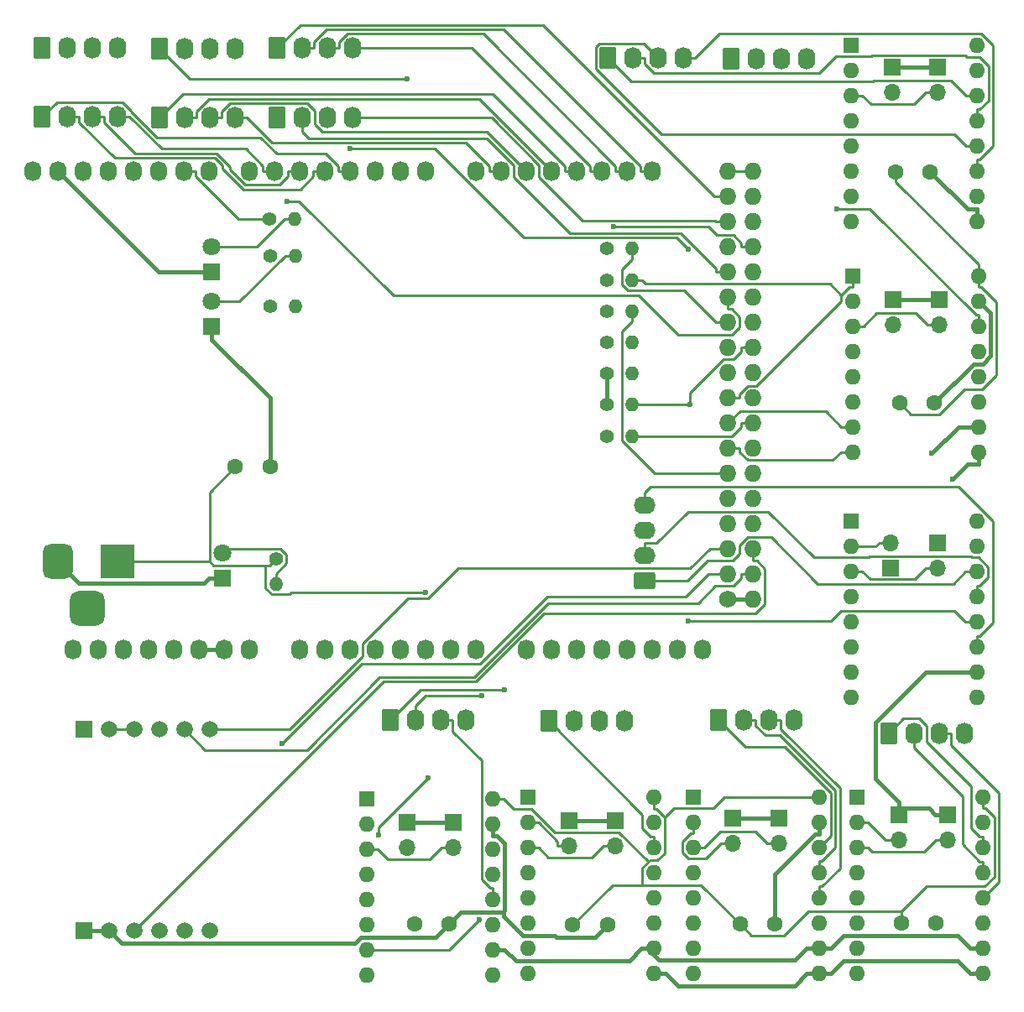
<source format=gbr>
G04 #@! TF.GenerationSoftware,KiCad,Pcbnew,7.0.9*
G04 #@! TF.CreationDate,2023-11-27T06:02:19+10:00*
G04 #@! TF.ProjectId,Front Console Output,46726f6e-7420-4436-9f6e-736f6c65204f,rev?*
G04 #@! TF.SameCoordinates,Original*
G04 #@! TF.FileFunction,Copper,L1,Top*
G04 #@! TF.FilePolarity,Positive*
%FSLAX46Y46*%
G04 Gerber Fmt 4.6, Leading zero omitted, Abs format (unit mm)*
G04 Created by KiCad (PCBNEW 7.0.9) date 2023-11-27 06:02:19*
%MOMM*%
%LPD*%
G01*
G04 APERTURE LIST*
G04 Aperture macros list*
%AMRoundRect*
0 Rectangle with rounded corners*
0 $1 Rounding radius*
0 $2 $3 $4 $5 $6 $7 $8 $9 X,Y pos of 4 corners*
0 Add a 4 corners polygon primitive as box body*
4,1,4,$2,$3,$4,$5,$6,$7,$8,$9,$2,$3,0*
0 Add four circle primitives for the rounded corners*
1,1,$1+$1,$2,$3*
1,1,$1+$1,$4,$5*
1,1,$1+$1,$6,$7*
1,1,$1+$1,$8,$9*
0 Add four rect primitives between the rounded corners*
20,1,$1+$1,$2,$3,$4,$5,0*
20,1,$1+$1,$4,$5,$6,$7,0*
20,1,$1+$1,$6,$7,$8,$9,0*
20,1,$1+$1,$8,$9,$2,$3,0*%
G04 Aperture macros list end*
G04 #@! TA.AperFunction,ComponentPad*
%ADD10C,1.600000*%
G04 #@! TD*
G04 #@! TA.AperFunction,ComponentPad*
%ADD11R,1.700000X1.700000*%
G04 #@! TD*
G04 #@! TA.AperFunction,ComponentPad*
%ADD12O,1.700000X1.700000*%
G04 #@! TD*
G04 #@! TA.AperFunction,ComponentPad*
%ADD13C,1.400000*%
G04 #@! TD*
G04 #@! TA.AperFunction,ComponentPad*
%ADD14O,1.400000X1.400000*%
G04 #@! TD*
G04 #@! TA.AperFunction,ComponentPad*
%ADD15R,1.600000X1.600000*%
G04 #@! TD*
G04 #@! TA.AperFunction,ComponentPad*
%ADD16O,1.600000X1.600000*%
G04 #@! TD*
G04 #@! TA.AperFunction,ComponentPad*
%ADD17RoundRect,0.250000X-0.620000X-0.845000X0.620000X-0.845000X0.620000X0.845000X-0.620000X0.845000X0*%
G04 #@! TD*
G04 #@! TA.AperFunction,ComponentPad*
%ADD18O,1.740000X2.190000*%
G04 #@! TD*
G04 #@! TA.AperFunction,ComponentPad*
%ADD19RoundRect,0.250000X0.845000X-0.620000X0.845000X0.620000X-0.845000X0.620000X-0.845000X-0.620000X0*%
G04 #@! TD*
G04 #@! TA.AperFunction,ComponentPad*
%ADD20O,2.190000X1.740000*%
G04 #@! TD*
G04 #@! TA.AperFunction,ComponentPad*
%ADD21C,1.727200*%
G04 #@! TD*
G04 #@! TA.AperFunction,ComponentPad*
%ADD22O,1.727200X1.727200*%
G04 #@! TD*
G04 #@! TA.AperFunction,ComponentPad*
%ADD23O,1.727200X2.032000*%
G04 #@! TD*
G04 #@! TA.AperFunction,ComponentPad*
%ADD24R,1.800000X1.800000*%
G04 #@! TD*
G04 #@! TA.AperFunction,ComponentPad*
%ADD25C,1.800000*%
G04 #@! TD*
G04 #@! TA.AperFunction,ComponentPad*
%ADD26R,3.500000X3.500000*%
G04 #@! TD*
G04 #@! TA.AperFunction,ComponentPad*
%ADD27RoundRect,0.750000X-0.750000X-1.000000X0.750000X-1.000000X0.750000X1.000000X-0.750000X1.000000X0*%
G04 #@! TD*
G04 #@! TA.AperFunction,ComponentPad*
%ADD28RoundRect,0.875000X-0.875000X-0.875000X0.875000X-0.875000X0.875000X0.875000X-0.875000X0.875000X0*%
G04 #@! TD*
G04 #@! TA.AperFunction,ComponentPad*
%ADD29R,1.665000X1.665000*%
G04 #@! TD*
G04 #@! TA.AperFunction,ComponentPad*
%ADD30C,1.665000*%
G04 #@! TD*
G04 #@! TA.AperFunction,ViaPad*
%ADD31C,0.600000*%
G04 #@! TD*
G04 #@! TA.AperFunction,Conductor*
%ADD32C,0.250000*%
G04 #@! TD*
G04 #@! TA.AperFunction,Conductor*
%ADD33C,0.450000*%
G04 #@! TD*
G04 APERTURE END LIST*
D10*
X214280000Y-70930000D03*
X217780000Y-70930000D03*
D11*
X213890000Y-60370000D03*
D12*
X213890000Y-62910000D03*
D10*
X147670000Y-100640000D03*
X151170000Y-100640000D03*
D13*
X185130000Y-97580000D03*
D14*
X187670000Y-97580000D03*
D13*
X185130000Y-94430000D03*
D14*
X187670000Y-94430000D03*
D13*
X185130000Y-91280000D03*
D14*
X187670000Y-91280000D03*
D13*
X185130000Y-88130000D03*
D14*
X187670000Y-88130000D03*
D13*
X185130000Y-84980000D03*
D14*
X187670000Y-84980000D03*
D13*
X185130000Y-81830000D03*
D14*
X187670000Y-81830000D03*
D13*
X185130000Y-78680000D03*
D14*
X187670000Y-78680000D03*
D11*
X219540000Y-135780000D03*
D12*
X219540000Y-138320000D03*
D15*
X210340000Y-134020000D03*
D16*
X210340000Y-136560000D03*
X210340000Y-139100000D03*
X210340000Y-141640000D03*
X210340000Y-144180000D03*
X210340000Y-146720000D03*
X210340000Y-149260000D03*
X210340000Y-151800000D03*
X223040000Y-151800000D03*
X223040000Y-149260000D03*
X223040000Y-146720000D03*
X223040000Y-144180000D03*
X223040000Y-141640000D03*
X223040000Y-139100000D03*
X223040000Y-136560000D03*
X223040000Y-134020000D03*
D11*
X214610000Y-135780000D03*
D12*
X214610000Y-138320000D03*
D11*
X202510000Y-136100000D03*
D12*
X202510000Y-138640000D03*
D15*
X193860000Y-133990000D03*
D16*
X193860000Y-136530000D03*
X193860000Y-139070000D03*
X193860000Y-141610000D03*
X193860000Y-144150000D03*
X193860000Y-146690000D03*
X193860000Y-149230000D03*
X193860000Y-151770000D03*
X206560000Y-151770000D03*
X206560000Y-149230000D03*
X206560000Y-146690000D03*
X206560000Y-144150000D03*
X206560000Y-141610000D03*
X206560000Y-139070000D03*
X206560000Y-136530000D03*
X206560000Y-133990000D03*
D11*
X197860000Y-136100000D03*
D12*
X197860000Y-138640000D03*
D11*
X186010000Y-136365000D03*
D12*
X186010000Y-138905000D03*
D15*
X177160000Y-134040000D03*
D16*
X177160000Y-136580000D03*
X177160000Y-139120000D03*
X177160000Y-141660000D03*
X177160000Y-144200000D03*
X177160000Y-146740000D03*
X177160000Y-149280000D03*
X177160000Y-151820000D03*
X189860000Y-151820000D03*
X189860000Y-149280000D03*
X189860000Y-146740000D03*
X189860000Y-144200000D03*
X189860000Y-141660000D03*
X189860000Y-139120000D03*
X189860000Y-136580000D03*
X189860000Y-134040000D03*
D11*
X181360000Y-136365000D03*
D12*
X181360000Y-138905000D03*
D17*
X213580000Y-127560000D03*
D18*
X216120000Y-127560000D03*
X218660000Y-127560000D03*
X221200000Y-127560000D03*
D17*
X196430000Y-126190000D03*
D18*
X198970000Y-126190000D03*
X201510000Y-126190000D03*
X204050000Y-126190000D03*
D17*
X179260000Y-126280000D03*
D18*
X181800000Y-126280000D03*
X184340000Y-126280000D03*
X186880000Y-126280000D03*
D17*
X163290000Y-126200000D03*
D18*
X165830000Y-126200000D03*
X168370000Y-126200000D03*
X170910000Y-126200000D03*
D11*
X169650000Y-136545000D03*
D12*
X169650000Y-139085000D03*
D15*
X160920000Y-134150000D03*
D16*
X160920000Y-136690000D03*
X160920000Y-139230000D03*
X160920000Y-141770000D03*
X160920000Y-144310000D03*
X160920000Y-146850000D03*
X160920000Y-149390000D03*
X160920000Y-151930000D03*
X173620000Y-151930000D03*
X173620000Y-149390000D03*
X173620000Y-146850000D03*
X173620000Y-144310000D03*
X173620000Y-141770000D03*
X173620000Y-139230000D03*
X173620000Y-136690000D03*
X173620000Y-134150000D03*
D11*
X165000000Y-136545000D03*
D12*
X165000000Y-139085000D03*
D11*
X218670000Y-83825000D03*
D12*
X218670000Y-86365000D03*
D15*
X209920000Y-81400000D03*
D16*
X209920000Y-83940000D03*
X209920000Y-86480000D03*
X209920000Y-89020000D03*
X209920000Y-91560000D03*
X209920000Y-94100000D03*
X209920000Y-96640000D03*
X209920000Y-99180000D03*
X222620000Y-99180000D03*
X222620000Y-96640000D03*
X222620000Y-94100000D03*
X222620000Y-91560000D03*
X222620000Y-89020000D03*
X222620000Y-86480000D03*
X222620000Y-83940000D03*
X222620000Y-81400000D03*
D11*
X214020000Y-83825000D03*
D12*
X214020000Y-86365000D03*
D17*
X197660000Y-59510000D03*
D18*
X200200000Y-59510000D03*
X202740000Y-59510000D03*
X205280000Y-59510000D03*
D11*
X218470000Y-60380000D03*
D12*
X218470000Y-62920000D03*
D17*
X185210000Y-59410000D03*
D18*
X187750000Y-59410000D03*
X190290000Y-59410000D03*
X192830000Y-59410000D03*
D11*
X218530000Y-108390000D03*
D12*
X218530000Y-110930000D03*
D17*
X151870000Y-65440000D03*
D18*
X154410000Y-65440000D03*
X156950000Y-65440000D03*
X159490000Y-65440000D03*
D17*
X151880000Y-58420000D03*
D18*
X154420000Y-58420000D03*
X156960000Y-58420000D03*
X159500000Y-58420000D03*
D11*
X213800000Y-110870000D03*
D12*
X213800000Y-108330000D03*
D17*
X140020000Y-65440000D03*
D18*
X142560000Y-65440000D03*
X145100000Y-65440000D03*
X147640000Y-65440000D03*
D17*
X139990000Y-58460000D03*
D18*
X142530000Y-58460000D03*
X145070000Y-58460000D03*
X147610000Y-58460000D03*
D17*
X128190000Y-65360000D03*
D18*
X130730000Y-65360000D03*
X133270000Y-65360000D03*
X135810000Y-65360000D03*
D17*
X128190000Y-58420000D03*
D18*
X130730000Y-58420000D03*
X133270000Y-58420000D03*
X135810000Y-58420000D03*
D19*
X188950000Y-112140000D03*
D20*
X188950000Y-109600000D03*
X188950000Y-107060000D03*
X188950000Y-104520000D03*
D10*
X214870000Y-146720000D03*
X218370000Y-146720000D03*
X198570000Y-146840000D03*
X202070000Y-146840000D03*
X214680000Y-94220000D03*
X218180000Y-94220000D03*
X181700000Y-146920000D03*
X185200000Y-146920000D03*
X165750000Y-146770000D03*
X169250000Y-146770000D03*
D21*
X197358000Y-114046000D03*
D22*
X199898000Y-114046000D03*
X197358000Y-111506000D03*
X199898000Y-111506000D03*
X197358000Y-108966000D03*
X199898000Y-108966000D03*
X197358000Y-106426000D03*
X199898000Y-106426000D03*
X197358000Y-103886000D03*
X199898000Y-103886000D03*
X197358000Y-101346000D03*
X199898000Y-101346000D03*
X197358000Y-98806000D03*
X199898000Y-98806000D03*
X197358000Y-96266000D03*
X199898000Y-96266000D03*
X197358000Y-93726000D03*
X199898000Y-93726000D03*
X197358000Y-91186000D03*
X199898000Y-91186000D03*
X197358000Y-88646000D03*
X199898000Y-88646000D03*
X197358000Y-86106000D03*
X199898000Y-86106000D03*
X197358000Y-83566000D03*
X199898000Y-83566000D03*
X197358000Y-81026000D03*
X199898000Y-81026000D03*
X197358000Y-78486000D03*
X199898000Y-78486000D03*
X197358000Y-75946000D03*
X199898000Y-75946000D03*
X197358000Y-73406000D03*
X199898000Y-73406000D03*
X197358000Y-70866000D03*
X199898000Y-70866000D03*
D23*
X131318000Y-119126000D03*
X133858000Y-119126000D03*
X136398000Y-119126000D03*
X138938000Y-119126000D03*
X141478000Y-119126000D03*
X144018000Y-119126000D03*
X146558000Y-119126000D03*
X149098000Y-119126000D03*
X177038000Y-119126000D03*
X179578000Y-119126000D03*
X182118000Y-119126000D03*
X184658000Y-119126000D03*
X187198000Y-119126000D03*
X189738000Y-119126000D03*
X192278000Y-119126000D03*
X194818000Y-119126000D03*
X127254000Y-70866000D03*
X129794000Y-70866000D03*
X132334000Y-70866000D03*
X134874000Y-70866000D03*
X137414000Y-70866000D03*
X139954000Y-70866000D03*
X142494000Y-70866000D03*
X145034000Y-70866000D03*
X149098000Y-70866000D03*
X151638000Y-70866000D03*
X154178000Y-70866000D03*
X156718000Y-70866000D03*
X159258000Y-70866000D03*
X161798000Y-70866000D03*
X164338000Y-70866000D03*
X166878000Y-70866000D03*
X171958000Y-70866000D03*
X174498000Y-70866000D03*
X177038000Y-70866000D03*
X179578000Y-70866000D03*
X182118000Y-70866000D03*
X184658000Y-70866000D03*
X187198000Y-70866000D03*
X189738000Y-70866000D03*
D24*
X145300000Y-81025000D03*
D25*
X145300000Y-78485000D03*
D24*
X145300000Y-86525000D03*
D25*
X145300000Y-83985000D03*
D13*
X151150000Y-75680000D03*
D14*
X153690000Y-75680000D03*
D24*
X146350000Y-111925000D03*
D25*
X146350000Y-109385000D03*
D13*
X151180000Y-79375000D03*
D14*
X153720000Y-79375000D03*
D13*
X151750000Y-109960000D03*
D14*
X151750000Y-112500000D03*
D23*
X154178000Y-119126000D03*
X156718000Y-119126000D03*
X159258000Y-119126000D03*
X161798000Y-119126000D03*
X164338000Y-119126000D03*
X166878000Y-119126000D03*
X169418000Y-119126000D03*
X171958000Y-119126000D03*
D15*
X209770000Y-58120000D03*
D16*
X209770000Y-60660000D03*
X209770000Y-63200000D03*
X209770000Y-65740000D03*
X209770000Y-68280000D03*
X209770000Y-70820000D03*
X209770000Y-73360000D03*
X209770000Y-75900000D03*
X222470000Y-75900000D03*
X222470000Y-73360000D03*
X222470000Y-70820000D03*
X222470000Y-68280000D03*
X222470000Y-65740000D03*
X222470000Y-63200000D03*
X222470000Y-60660000D03*
X222470000Y-58120000D03*
D26*
X135750000Y-110242500D03*
D27*
X129750000Y-110242500D03*
D28*
X132750000Y-114942500D03*
D29*
X132380000Y-147480000D03*
D30*
X134920000Y-147480000D03*
X137460000Y-147480000D03*
X140000000Y-147480000D03*
X142540000Y-147480000D03*
X145080000Y-147480000D03*
D29*
X132380000Y-127160000D03*
D30*
X134920000Y-127160000D03*
X137460000Y-127160000D03*
X140000000Y-127160000D03*
X142540000Y-127160000D03*
X145080000Y-127160000D03*
D15*
X209760000Y-106160000D03*
D16*
X209760000Y-108700000D03*
X209760000Y-111240000D03*
X209760000Y-113780000D03*
X209760000Y-116320000D03*
X209760000Y-118860000D03*
X209760000Y-121400000D03*
X209760000Y-123940000D03*
X222460000Y-123940000D03*
X222460000Y-121400000D03*
X222460000Y-118860000D03*
X222460000Y-116320000D03*
X222460000Y-113780000D03*
X222460000Y-111240000D03*
X222460000Y-108700000D03*
X222460000Y-106160000D03*
D13*
X151180000Y-84455000D03*
D14*
X153720000Y-84455000D03*
D31*
X193548000Y-94430000D03*
X174776000Y-123168400D03*
X172494700Y-123793700D03*
X185849500Y-76475900D03*
X167100000Y-132056000D03*
X162077500Y-137842800D03*
X172266000Y-146363500D03*
X208306800Y-74630000D03*
X193379600Y-78744700D03*
X159219800Y-68609500D03*
X152908000Y-73871200D03*
X164996200Y-61576200D03*
X193365500Y-116235400D03*
X166826000Y-113360100D03*
X152344300Y-128613300D03*
X217892400Y-99345400D03*
X220030900Y-101914400D03*
D32*
X217189400Y-139495300D02*
X218364700Y-138320000D01*
X211860600Y-139495300D02*
X217189400Y-139495300D01*
X211465300Y-139100000D02*
X211860600Y-139495300D01*
X210340000Y-139100000D02*
X211465300Y-139100000D01*
X219540000Y-138320000D02*
X218364700Y-138320000D01*
X197766600Y-97580000D02*
X187670000Y-97580000D01*
X198709100Y-96637500D02*
X197766600Y-97580000D01*
X198709100Y-96266000D02*
X198709100Y-96637500D01*
X199898000Y-96266000D02*
X198709100Y-96266000D01*
X213225300Y-138320000D02*
X214610000Y-138320000D01*
X211465300Y-136560000D02*
X213225300Y-138320000D01*
X210340000Y-136560000D02*
X211465300Y-136560000D01*
X200159400Y-137464700D02*
X201334700Y-138640000D01*
X196590600Y-137464700D02*
X200159400Y-137464700D01*
X194985300Y-139070000D02*
X196590600Y-137464700D01*
X193860000Y-139070000D02*
X194985300Y-139070000D01*
X202510000Y-138640000D02*
X201334700Y-138640000D01*
X199898000Y-88646000D02*
X198709100Y-88646000D01*
X187670000Y-94430000D02*
X188582700Y-94430000D01*
X188582700Y-94430000D02*
X193548000Y-94430000D01*
X193548000Y-93228400D02*
X193548000Y-94430000D01*
X196941500Y-89834900D02*
X193548000Y-93228400D01*
X197891800Y-89834900D02*
X196941500Y-89834900D01*
X198709100Y-89017600D02*
X197891800Y-89834900D01*
X198709100Y-88646000D02*
X198709100Y-89017600D01*
X195115000Y-140209700D02*
X196684700Y-138640000D01*
X193351600Y-140209700D02*
X195115000Y-140209700D01*
X192727600Y-139585700D02*
X193351600Y-140209700D01*
X192727600Y-138506400D02*
X192727600Y-139585700D01*
X193578700Y-137655300D02*
X192727600Y-138506400D01*
X193860000Y-137655300D02*
X193578700Y-137655300D01*
X193860000Y-136530000D02*
X193860000Y-137655300D01*
X197860000Y-138640000D02*
X196684700Y-138640000D01*
X183659400Y-140080300D02*
X184834700Y-138905000D01*
X179245600Y-140080300D02*
X183659400Y-140080300D01*
X178285300Y-139120000D02*
X179245600Y-140080300D01*
X177160000Y-139120000D02*
X178285300Y-139120000D01*
X186010000Y-138905000D02*
X184834700Y-138905000D01*
X180184700Y-138479400D02*
X180184700Y-138905000D01*
X178285300Y-136580000D02*
X180184700Y-138479400D01*
X177160000Y-136580000D02*
X178285300Y-136580000D01*
X181360000Y-138905000D02*
X180184700Y-138905000D01*
X224668100Y-142551900D02*
X223040000Y-144180000D01*
X224668100Y-133568100D02*
X224668100Y-142551900D01*
X219855300Y-128755300D02*
X224668100Y-133568100D01*
X219855300Y-127560000D02*
X219855300Y-128755300D01*
X218660000Y-127560000D02*
X219855300Y-127560000D01*
X222758700Y-140514700D02*
X223040000Y-140514700D01*
X221036800Y-138792800D02*
X222758700Y-140514700D01*
X221036800Y-133897100D02*
X221036800Y-138792800D01*
X216120000Y-128980300D02*
X221036800Y-133897100D01*
X216120000Y-127560000D02*
X216120000Y-128980300D01*
X223040000Y-141640000D02*
X223040000Y-140514700D01*
X222758600Y-137974700D02*
X223040000Y-137974700D01*
X221914700Y-137130800D02*
X222758600Y-137974700D01*
X221914700Y-132953300D02*
X221914700Y-137130800D01*
X217390000Y-128428600D02*
X221914700Y-132953300D01*
X217390000Y-126862000D02*
X217390000Y-128428600D01*
X216597600Y-126069600D02*
X217390000Y-126862000D01*
X215070400Y-126069600D02*
X216597600Y-126069600D01*
X213580000Y-127560000D02*
X215070400Y-126069600D01*
X223040000Y-139100000D02*
X223040000Y-137974700D01*
X201510000Y-126190000D02*
X202705300Y-126190000D01*
X206560000Y-144150000D02*
X206560000Y-143024700D01*
X202705300Y-127188000D02*
X202705300Y-126190000D01*
X208643200Y-133125900D02*
X202705300Y-127188000D01*
X208643200Y-141222800D02*
X208643200Y-133125900D01*
X206841300Y-143024700D02*
X208643200Y-141222800D01*
X206560000Y-143024700D02*
X206841300Y-143024700D01*
X206841300Y-140484700D02*
X206560000Y-140484700D01*
X208192900Y-139133100D02*
X206841300Y-140484700D01*
X208192900Y-133325600D02*
X208192900Y-139133100D01*
X202609900Y-127742600D02*
X208192900Y-133325600D01*
X201120200Y-127742600D02*
X202609900Y-127742600D01*
X200165300Y-126787700D02*
X201120200Y-127742600D01*
X200165300Y-126190000D02*
X200165300Y-126787700D01*
X198970000Y-126190000D02*
X200165300Y-126190000D01*
X206560000Y-141610000D02*
X206560000Y-140484700D01*
X199155900Y-128915900D02*
X196430000Y-126190000D01*
X203101800Y-128915900D02*
X199155900Y-128915900D01*
X207740400Y-133554500D02*
X203101800Y-128915900D01*
X207740400Y-137889600D02*
X207740400Y-133554500D01*
X206560000Y-139070000D02*
X207740400Y-137889600D01*
X189578600Y-137994700D02*
X189860000Y-137994700D01*
X188734700Y-137150800D02*
X189578600Y-137994700D01*
X188734700Y-135754700D02*
X188734700Y-137150800D01*
X179260000Y-126280000D02*
X188734700Y-135754700D01*
X189860000Y-139120000D02*
X189860000Y-137994700D01*
X166321600Y-123168400D02*
X174776000Y-123168400D01*
X163290000Y-126200000D02*
X166321600Y-123168400D01*
X165830000Y-126200000D02*
X165830000Y-124779700D01*
X166816000Y-123793700D02*
X172494700Y-123793700D01*
X165830000Y-124779700D02*
X166816000Y-123793700D01*
X173338600Y-143184700D02*
X173620000Y-143184700D01*
X172494700Y-142340800D02*
X173338600Y-143184700D01*
X172494700Y-130324700D02*
X172494700Y-142340800D01*
X169565300Y-127395300D02*
X172494700Y-130324700D01*
X169565300Y-126200000D02*
X169565300Y-127395300D01*
X168370000Y-126200000D02*
X169565300Y-126200000D01*
X173620000Y-144310000D02*
X173620000Y-143184700D01*
X162077600Y-137078400D02*
X167100000Y-132056000D01*
X162077600Y-137842800D02*
X162077600Y-137078400D01*
X162077500Y-137842800D02*
X162077600Y-137842800D01*
X195428800Y-76475900D02*
X185849500Y-76475900D01*
X196250000Y-77297100D02*
X195428800Y-76475900D01*
X197891800Y-77297100D02*
X196250000Y-77297100D01*
X198709100Y-78114400D02*
X197891800Y-77297100D01*
X198709100Y-78486000D02*
X198709100Y-78114400D01*
X199898000Y-78486000D02*
X198709100Y-78486000D01*
X169239500Y-149390000D02*
X160920000Y-149390000D01*
X172266000Y-146363500D02*
X169239500Y-149390000D01*
X167299400Y-140260300D02*
X168474700Y-139085000D01*
X163075600Y-140260300D02*
X167299400Y-140260300D01*
X162045300Y-139230000D02*
X163075600Y-140260300D01*
X160920000Y-139230000D02*
X162045300Y-139230000D01*
X169650000Y-139085000D02*
X168474700Y-139085000D01*
X197358000Y-98806000D02*
X198546900Y-98806000D01*
X209920000Y-99180000D02*
X208794700Y-99180000D01*
X198546900Y-99177500D02*
X198546900Y-98806000D01*
X199389300Y-100019900D02*
X198546900Y-99177500D01*
X207954800Y-100019900D02*
X199389300Y-100019900D01*
X208794700Y-99180000D02*
X207954800Y-100019900D01*
X207208000Y-95053300D02*
X208794700Y-96640000D01*
X198570700Y-95053300D02*
X207208000Y-95053300D01*
X197358000Y-96266000D02*
X198570700Y-95053300D01*
X209920000Y-96640000D02*
X208794700Y-96640000D01*
X216319400Y-85189700D02*
X217494700Y-86365000D01*
X212335600Y-85189700D02*
X216319400Y-85189700D01*
X211045300Y-86480000D02*
X212335600Y-85189700D01*
X209920000Y-86480000D02*
X211045300Y-86480000D01*
X218670000Y-86365000D02*
X217494700Y-86365000D01*
X209920000Y-81400000D02*
X209920000Y-82525300D01*
X197358000Y-93726000D02*
X198546900Y-93726000D01*
X207640500Y-82215000D02*
X208794700Y-83369200D01*
X189080300Y-82215000D02*
X207640500Y-82215000D01*
X188695300Y-81830000D02*
X189080300Y-82215000D01*
X209638600Y-82525300D02*
X208794700Y-83369200D01*
X209920000Y-82525300D02*
X209638600Y-82525300D01*
X198546900Y-93354400D02*
X198546900Y-93726000D01*
X199364200Y-92537100D02*
X198546900Y-93354400D01*
X200241500Y-92537100D02*
X199364200Y-92537100D01*
X208794700Y-83983900D02*
X200241500Y-92537100D01*
X208794700Y-83369200D02*
X208794700Y-83983900D01*
X187670000Y-81830000D02*
X188695300Y-81830000D01*
X222620000Y-86480000D02*
X222620000Y-85354700D01*
X211644200Y-74630000D02*
X208306800Y-74630000D01*
X222368900Y-85354700D02*
X211644200Y-74630000D01*
X222620000Y-85354700D02*
X222368900Y-85354700D01*
X216119400Y-64095300D02*
X217294700Y-62920000D01*
X211790600Y-64095300D02*
X216119400Y-64095300D01*
X210895300Y-63200000D02*
X211790600Y-64095300D01*
X209770000Y-63200000D02*
X210895300Y-63200000D01*
X218470000Y-62920000D02*
X217294700Y-62920000D01*
X187670000Y-78680000D02*
X187670000Y-79705300D01*
X197358000Y-86106000D02*
X196169100Y-86106000D01*
X186644700Y-80730600D02*
X187670000Y-79705300D01*
X186644700Y-82280100D02*
X186644700Y-80730600D01*
X187271900Y-82907300D02*
X186644700Y-82280100D01*
X192970400Y-82907300D02*
X187271900Y-82907300D01*
X196169100Y-86106000D02*
X192970400Y-82907300D01*
X196489100Y-56946200D02*
X194025300Y-59410000D01*
X222890800Y-56946200D02*
X196489100Y-56946200D01*
X224091400Y-58146800D02*
X222890800Y-56946200D01*
X224091400Y-68354600D02*
X224091400Y-58146800D01*
X222751300Y-69694700D02*
X224091400Y-68354600D01*
X222470000Y-69694700D02*
X222751300Y-69694700D01*
X222470000Y-70820000D02*
X222470000Y-69694700D01*
X192830000Y-59410000D02*
X194025300Y-59410000D01*
X188848200Y-57968200D02*
X190290000Y-59410000D01*
X184367100Y-57968200D02*
X188848200Y-57968200D01*
X184002400Y-58332900D02*
X184367100Y-57968200D01*
X184002400Y-60518900D02*
X184002400Y-58332900D01*
X190638200Y-67154700D02*
X184002400Y-60518900D01*
X220219400Y-67154700D02*
X190638200Y-67154700D01*
X221344700Y-68280000D02*
X220219400Y-67154700D01*
X222470000Y-68280000D02*
X221344700Y-68280000D01*
X188945300Y-60007700D02*
X188945300Y-59410000D01*
X189879600Y-60942000D02*
X188945300Y-60007700D01*
X206580900Y-60942000D02*
X189879600Y-60942000D01*
X208277500Y-59245400D02*
X206580900Y-60942000D01*
X211855000Y-59245400D02*
X208277500Y-59245400D01*
X211930300Y-59170100D02*
X211855000Y-59245400D01*
X221320100Y-59170100D02*
X211930300Y-59170100D01*
X221477500Y-59327500D02*
X221320100Y-59170100D01*
X222732300Y-59327500D02*
X221477500Y-59327500D01*
X223634900Y-60230100D02*
X222732300Y-59327500D01*
X223634900Y-63731100D02*
X223634900Y-60230100D01*
X222751300Y-64614700D02*
X223634900Y-63731100D01*
X222470000Y-64614700D02*
X222751300Y-64614700D01*
X222470000Y-65740000D02*
X222470000Y-64614700D01*
X187750000Y-59410000D02*
X188945300Y-59410000D01*
X187626300Y-61826300D02*
X185210000Y-59410000D01*
X211978700Y-61826300D02*
X187626300Y-61826300D01*
X212082400Y-61722600D02*
X211978700Y-61826300D01*
X219867300Y-61722600D02*
X212082400Y-61722600D01*
X221344700Y-63200000D02*
X219867300Y-61722600D01*
X222470000Y-63200000D02*
X221344700Y-63200000D01*
X173508300Y-65440000D02*
X159490000Y-65440000D01*
X178308000Y-70239700D02*
X173508300Y-65440000D01*
X178308000Y-71466600D02*
X178308000Y-70239700D01*
X182692000Y-75850600D02*
X178308000Y-71466600D01*
X196073700Y-75850600D02*
X182692000Y-75850600D01*
X196169100Y-75946000D02*
X196073700Y-75850600D01*
X197358000Y-75946000D02*
X196169100Y-75946000D01*
X192186400Y-77551500D02*
X193379600Y-78744700D01*
X176764100Y-77551500D02*
X192186400Y-77551500D01*
X167822100Y-68609500D02*
X176764100Y-77551500D01*
X159219800Y-68609500D02*
X167822100Y-68609500D01*
X154410000Y-65440000D02*
X154410000Y-66860300D01*
X197358000Y-81026000D02*
X196169100Y-81026000D01*
X196169100Y-80649800D02*
X196169100Y-81026000D01*
X192620500Y-77101200D02*
X196169100Y-80649800D01*
X181437800Y-77101200D02*
X192620500Y-77101200D01*
X175768000Y-71431400D02*
X181437800Y-77101200D01*
X175768000Y-70239700D02*
X175768000Y-71431400D01*
X173062200Y-67533900D02*
X175768000Y-70239700D01*
X155083600Y-67533900D02*
X173062200Y-67533900D01*
X154410000Y-66860300D02*
X155083600Y-67533900D01*
X197358000Y-83566000D02*
X197358000Y-84754900D01*
X154113200Y-73871200D02*
X152908000Y-73871200D01*
X163599600Y-83357600D02*
X154113200Y-73871200D01*
X188359100Y-83357600D02*
X163599600Y-83357600D01*
X192377500Y-87376000D02*
X188359100Y-83357600D01*
X197791300Y-87376000D02*
X192377500Y-87376000D01*
X198547000Y-86620300D02*
X197791300Y-87376000D01*
X198547000Y-85572400D02*
X198547000Y-86620300D01*
X197729500Y-84754900D02*
X198547000Y-85572400D01*
X197358000Y-84754900D02*
X197729500Y-84754900D01*
X184658000Y-70866000D02*
X183469100Y-70866000D01*
X183469100Y-70345900D02*
X183469100Y-70866000D01*
X171543200Y-58420000D02*
X183469100Y-70345900D01*
X159500000Y-58420000D02*
X171543200Y-58420000D01*
X156960000Y-58420000D02*
X158155300Y-58420000D01*
X187198000Y-70866000D02*
X186009100Y-70866000D01*
X186009100Y-70345900D02*
X186009100Y-70866000D01*
X172661000Y-56997800D02*
X186009100Y-70345900D01*
X158979900Y-56997800D02*
X172661000Y-56997800D01*
X158155300Y-57822400D02*
X158979900Y-56997800D01*
X158155300Y-58420000D02*
X158155300Y-57822400D01*
X154420000Y-58420000D02*
X155615300Y-58420000D01*
X189738000Y-70866000D02*
X188549100Y-70866000D01*
X188549100Y-70345900D02*
X188549100Y-70866000D01*
X174750600Y-56547400D02*
X188549100Y-70345900D01*
X156890200Y-56547400D02*
X174750600Y-56547400D01*
X155615300Y-57822300D02*
X156890200Y-56547400D01*
X155615300Y-58420000D02*
X155615300Y-57822300D01*
X196011600Y-73406000D02*
X197358000Y-73406000D01*
X178702600Y-56097000D02*
X196011600Y-73406000D01*
X154203000Y-56097000D02*
X178702600Y-56097000D01*
X151880000Y-58420000D02*
X154203000Y-56097000D01*
X216239400Y-112045300D02*
X217354700Y-110930000D01*
X211690600Y-112045300D02*
X216239400Y-112045300D01*
X210885300Y-111240000D02*
X211690600Y-112045300D01*
X209760000Y-111240000D02*
X210885300Y-111240000D01*
X218530000Y-110930000D02*
X217354700Y-110930000D01*
X186644700Y-87030600D02*
X187670000Y-86005300D01*
X186644700Y-98029500D02*
X186644700Y-87030600D01*
X189961200Y-101346000D02*
X186644700Y-98029500D01*
X197358000Y-101346000D02*
X189961200Y-101346000D01*
X187670000Y-84980000D02*
X187670000Y-86005300D01*
X212254700Y-108700000D02*
X212624700Y-108330000D01*
X209760000Y-108700000D02*
X212254700Y-108700000D01*
X213800000Y-108330000D02*
X212624700Y-108330000D01*
X174498000Y-70866000D02*
X173309100Y-70866000D01*
X147640000Y-65440000D02*
X148835300Y-65440000D01*
X151379500Y-67984200D02*
X148835300Y-65440000D01*
X170947400Y-67984200D02*
X151379500Y-67984200D01*
X173309100Y-70345900D02*
X170947400Y-67984200D01*
X173309100Y-70866000D02*
X173309100Y-70345900D01*
X145100000Y-65440000D02*
X146295300Y-65440000D01*
X173058600Y-66886600D02*
X177038000Y-70866000D01*
X156470800Y-66886600D02*
X173058600Y-66886600D01*
X155680000Y-66095800D02*
X156470800Y-66886600D01*
X155680000Y-64789500D02*
X155680000Y-66095800D01*
X154907100Y-64016600D02*
X155680000Y-64789500D01*
X147121000Y-64016600D02*
X154907100Y-64016600D01*
X146295300Y-64842300D02*
X147121000Y-64016600D01*
X146295300Y-65440000D02*
X146295300Y-64842300D01*
X143755300Y-64842300D02*
X143755300Y-65440000D01*
X145044700Y-63552900D02*
X143755300Y-64842300D01*
X172264900Y-63552900D02*
X145044700Y-63552900D01*
X179578000Y-70866000D02*
X172264900Y-63552900D01*
X142560000Y-65440000D02*
X143755300Y-65440000D01*
X180929100Y-70345900D02*
X180929100Y-70866000D01*
X173619000Y-63035800D02*
X180929100Y-70345900D01*
X142424200Y-63035800D02*
X173619000Y-63035800D01*
X140020000Y-65440000D02*
X142424200Y-63035800D01*
X182118000Y-70866000D02*
X180929100Y-70866000D01*
X143106200Y-61576200D02*
X139990000Y-58460000D01*
X164996200Y-61576200D02*
X143106200Y-61576200D01*
X151638000Y-70866000D02*
X150449100Y-70866000D01*
X135810000Y-65360000D02*
X137005300Y-65360000D01*
X150449100Y-70345900D02*
X150449100Y-70866000D01*
X148705800Y-68602600D02*
X150449100Y-70345900D01*
X140247900Y-68602600D02*
X148705800Y-68602600D01*
X137005300Y-65360000D02*
X140247900Y-68602600D01*
X133270000Y-65360000D02*
X134465300Y-65360000D01*
X154178000Y-70866000D02*
X152989100Y-70866000D01*
X134465300Y-65957700D02*
X134465300Y-65360000D01*
X137560600Y-69053000D02*
X134465300Y-65957700D01*
X145749800Y-69053000D02*
X137560600Y-69053000D01*
X147086500Y-70389700D02*
X145749800Y-69053000D01*
X147086500Y-70688300D02*
X147086500Y-70389700D01*
X148622000Y-72223800D02*
X147086500Y-70688300D01*
X152151400Y-72223800D02*
X148622000Y-72223800D01*
X152989100Y-71386100D02*
X152151400Y-72223800D01*
X152989100Y-70866000D02*
X152989100Y-71386100D01*
X131925300Y-65957700D02*
X131925300Y-65360000D01*
X135492200Y-69524600D02*
X131925300Y-65957700D01*
X145584500Y-69524600D02*
X135492200Y-69524600D01*
X146343600Y-70283700D02*
X145584500Y-69524600D01*
X146343600Y-70582300D02*
X146343600Y-70283700D01*
X148467200Y-72705900D02*
X146343600Y-70582300D01*
X154209300Y-72705900D02*
X148467200Y-72705900D01*
X155529100Y-71386100D02*
X154209300Y-72705900D01*
X155529100Y-70866000D02*
X155529100Y-71386100D01*
X156718000Y-70866000D02*
X155529100Y-70866000D01*
X130730000Y-65360000D02*
X131925300Y-65360000D01*
X129653700Y-63896300D02*
X128190000Y-65360000D01*
X136293800Y-63896300D02*
X129653700Y-63896300D01*
X137144500Y-64747000D02*
X136293800Y-63896300D01*
X137144500Y-64862300D02*
X137144500Y-64747000D01*
X139723100Y-67440900D02*
X137144500Y-64862300D01*
X150199300Y-67440900D02*
X139723100Y-67440900D01*
X151832600Y-69074200D02*
X150199300Y-67440900D01*
X156797400Y-69074200D02*
X151832600Y-69074200D01*
X158069100Y-70345900D02*
X156797400Y-69074200D01*
X158069100Y-70866000D02*
X158069100Y-70345900D01*
X159258000Y-70866000D02*
X158069100Y-70866000D01*
X189581900Y-102692800D02*
X188950000Y-103324700D01*
X220589000Y-102692800D02*
X189581900Y-102692800D01*
X224073500Y-106177300D02*
X220589000Y-102692800D01*
X224073500Y-116402500D02*
X224073500Y-106177300D01*
X222741300Y-117734700D02*
X224073500Y-116402500D01*
X222460000Y-117734700D02*
X222741300Y-117734700D01*
X222460000Y-118860000D02*
X222460000Y-117734700D01*
X188950000Y-104520000D02*
X188950000Y-103324700D01*
X207745600Y-116235400D02*
X193365500Y-116235400D01*
X208801300Y-115179700D02*
X207745600Y-116235400D01*
X220194400Y-115179700D02*
X208801300Y-115179700D01*
X221334700Y-116320000D02*
X220194400Y-115179700D01*
X222460000Y-116320000D02*
X221334700Y-116320000D01*
X190145300Y-108404700D02*
X188950000Y-108404700D01*
X193337700Y-105212300D02*
X190145300Y-108404700D01*
X201398800Y-105212300D02*
X193337700Y-105212300D01*
X206018800Y-109832300D02*
X201398800Y-105212300D01*
X211524500Y-109832300D02*
X206018800Y-109832300D01*
X211662200Y-109694600D02*
X211524500Y-109832300D01*
X221863000Y-109694600D02*
X211662200Y-109694600D01*
X222008400Y-109840000D02*
X221863000Y-109694600D01*
X222656500Y-109840000D02*
X222008400Y-109840000D01*
X223600100Y-110783600D02*
X222656500Y-109840000D01*
X223600100Y-111795900D02*
X223600100Y-110783600D01*
X222741300Y-112654700D02*
X223600100Y-111795900D01*
X222460000Y-112654700D02*
X222741300Y-112654700D01*
X222460000Y-113780000D02*
X222460000Y-112654700D01*
X188950000Y-109600000D02*
X188950000Y-108404700D01*
X193313400Y-112140000D02*
X188950000Y-112140000D01*
X195273700Y-110179700D02*
X193313400Y-112140000D01*
X197847600Y-110179700D02*
X195273700Y-110179700D01*
X198547000Y-109480300D02*
X197847600Y-110179700D01*
X198547000Y-108633000D02*
X198547000Y-109480300D01*
X199404900Y-107775100D02*
X198547000Y-108633000D01*
X201700200Y-107775100D02*
X199404900Y-107775100D01*
X206423500Y-112498400D02*
X201700200Y-107775100D01*
X220076300Y-112498400D02*
X206423500Y-112498400D01*
X221334700Y-111240000D02*
X220076300Y-112498400D01*
X222460000Y-111240000D02*
X221334700Y-111240000D01*
X214280000Y-71934700D02*
X214280000Y-70930000D01*
X222620000Y-80274700D02*
X214280000Y-71934700D01*
X222620000Y-81400000D02*
X222620000Y-80274700D01*
X189860000Y-134040000D02*
X189860000Y-135165300D01*
X191903800Y-135115400D02*
X190997600Y-136021600D01*
X195867500Y-135115400D02*
X191903800Y-135115400D01*
X196992900Y-133990000D02*
X195867500Y-135115400D01*
X206560000Y-133990000D02*
X196992900Y-133990000D01*
X190141300Y-135165300D02*
X190997600Y-136021600D01*
X189860000Y-135165300D02*
X190141300Y-135165300D01*
X185694900Y-142925100D02*
X188719500Y-142925100D01*
X181700000Y-146920000D02*
X185694900Y-142925100D01*
X222901300Y-82525300D02*
X222620000Y-82525300D01*
X224406200Y-84030200D02*
X222901300Y-82525300D01*
X224406200Y-91417700D02*
X224406200Y-84030200D01*
X222993900Y-92830000D02*
X224406200Y-91417700D01*
X221210600Y-92830000D02*
X222993900Y-92830000D01*
X218669900Y-95370700D02*
X221210600Y-92830000D01*
X215830700Y-95370700D02*
X218669900Y-95370700D01*
X214680000Y-94220000D02*
X215830700Y-95370700D01*
X222620000Y-81400000D02*
X222620000Y-82525300D01*
X173620000Y-134150000D02*
X174745300Y-134150000D01*
X186355000Y-137540400D02*
X189350100Y-140535500D01*
X179882600Y-137540400D02*
X186355000Y-137540400D01*
X177507600Y-135165400D02*
X179882600Y-137540400D01*
X175760700Y-135165400D02*
X177507600Y-135165400D01*
X174745300Y-134150000D02*
X175760700Y-135165400D01*
X189495600Y-140390000D02*
X189350100Y-140535500D01*
X190254900Y-140390000D02*
X189495600Y-140390000D01*
X190997600Y-139647300D02*
X190254900Y-140390000D01*
X190997600Y-136021600D02*
X190997600Y-139647300D01*
X188719500Y-141166100D02*
X188719500Y-142925100D01*
X189350100Y-140535500D02*
X188719500Y-141166100D01*
X135750000Y-110242500D02*
X137825300Y-110242500D01*
X137825300Y-110242500D02*
X145064600Y-110242500D01*
X145064600Y-103245400D02*
X147670000Y-100640000D01*
X145064600Y-110242500D02*
X145064600Y-103245400D01*
X153335900Y-113360100D02*
X166826000Y-113360100D01*
X153140300Y-113555700D02*
X153335900Y-113360100D01*
X151329300Y-113555700D02*
X153140300Y-113555700D01*
X150719000Y-112945400D02*
X151329300Y-113555700D01*
X150719000Y-110642500D02*
X150719000Y-112945400D01*
X151067500Y-110642500D02*
X150719000Y-110642500D01*
X151750000Y-109960000D02*
X151067500Y-110642500D01*
X145464600Y-110642500D02*
X145064600Y-110242500D01*
X150719000Y-110642500D02*
X145464600Y-110642500D01*
X194655100Y-142925100D02*
X198570000Y-146840000D01*
X188719500Y-142925100D02*
X194655100Y-142925100D01*
X223040000Y-134020000D02*
X223040000Y-135145300D01*
X199714700Y-147984700D02*
X198570000Y-146840000D01*
X202996800Y-147984700D02*
X199714700Y-147984700D01*
X205452100Y-145529400D02*
X202996800Y-147984700D01*
X214870000Y-145529400D02*
X205452100Y-145529400D01*
X217389100Y-143010300D02*
X214870000Y-145529400D01*
X223265000Y-143010300D02*
X217389100Y-143010300D01*
X224217700Y-142057600D02*
X223265000Y-143010300D01*
X224217700Y-136041700D02*
X224217700Y-142057600D01*
X223321300Y-135145300D02*
X224217700Y-136041700D01*
X223040000Y-135145300D02*
X223321300Y-135145300D01*
X214870000Y-145529400D02*
X214870000Y-146720000D01*
X143682900Y-71386100D02*
X143682900Y-70866000D01*
X147976800Y-75680000D02*
X143682900Y-71386100D01*
X151150000Y-75680000D02*
X147976800Y-75680000D01*
X142494000Y-70866000D02*
X143682900Y-70866000D01*
X200269600Y-110154900D02*
X199898000Y-110154900D01*
X201086900Y-110972200D02*
X200269600Y-110154900D01*
X201086900Y-114556700D02*
X201086900Y-110972200D01*
X200133400Y-115510200D02*
X201086900Y-114556700D01*
X178803700Y-115510200D02*
X200133400Y-115510200D01*
X171964100Y-122349800D02*
X178803700Y-115510200D01*
X162590200Y-122349800D02*
X171964100Y-122349800D01*
X137460000Y-147480000D02*
X162590200Y-122349800D01*
X199898000Y-108966000D02*
X199898000Y-110154900D01*
X197358000Y-108966000D02*
X196169100Y-108966000D01*
X195532300Y-108966000D02*
X196169100Y-108966000D01*
X193554700Y-110943600D02*
X195532300Y-108966000D01*
X170126800Y-110943600D02*
X193554700Y-110943600D01*
X170126800Y-110943700D02*
X170126800Y-110943600D01*
X167085100Y-113985400D02*
X170126800Y-110943700D01*
X165067500Y-113985400D02*
X167085100Y-113985400D01*
X160528000Y-118524900D02*
X165067500Y-113985400D01*
X160528000Y-119758800D02*
X160528000Y-118524900D01*
X153126800Y-127160000D02*
X160528000Y-119758800D01*
X145080000Y-127160000D02*
X153126800Y-127160000D01*
X199898000Y-70866000D02*
X197358000Y-70866000D01*
X199898000Y-111506000D02*
X198709100Y-111506000D01*
X144621100Y-129241100D02*
X142540000Y-127160000D01*
X154897400Y-129241100D02*
X144621100Y-129241100D01*
X162239000Y-121899500D02*
X154897400Y-129241100D01*
X171777500Y-121899500D02*
X162239000Y-121899500D01*
X179251900Y-114425100D02*
X171777500Y-121899500D01*
X194366900Y-114425100D02*
X179251900Y-114425100D01*
X196097100Y-112694900D02*
X194366900Y-114425100D01*
X197891800Y-112694900D02*
X196097100Y-112694900D01*
X198709100Y-111877600D02*
X197891800Y-112694900D01*
X198709100Y-111506000D02*
X198709100Y-111877600D01*
X195391400Y-111506000D02*
X197358000Y-111506000D01*
X193082600Y-113814800D02*
X195391400Y-111506000D01*
X179105800Y-113814800D02*
X193082600Y-113814800D01*
X172390600Y-120530000D02*
X179105800Y-113814800D01*
X160427600Y-120530000D02*
X172390600Y-120530000D01*
X152344300Y-128613300D02*
X160427600Y-120530000D01*
X137460000Y-127160000D02*
X134920000Y-127160000D01*
D33*
X185130000Y-91280000D02*
X185130000Y-94430000D01*
X215175300Y-60380000D02*
X215165300Y-60370000D01*
X218470000Y-60380000D02*
X215175300Y-60380000D01*
X213890000Y-60370000D02*
X215165300Y-60370000D01*
X214020000Y-83825000D02*
X218670000Y-83825000D01*
X165000000Y-136545000D02*
X169650000Y-136545000D01*
X181360000Y-136365000D02*
X186010000Y-136365000D01*
X197860000Y-136100000D02*
X202510000Y-136100000D01*
X187395400Y-150519300D02*
X188634700Y-149280000D01*
X175974600Y-150519300D02*
X187395400Y-150519300D01*
X174845300Y-149390000D02*
X175974600Y-150519300D01*
X173620000Y-149390000D02*
X174845300Y-149390000D01*
X209010500Y-148004800D02*
X207785300Y-149230000D01*
X220559500Y-148004800D02*
X209010500Y-148004800D01*
X221814700Y-149260000D02*
X220559500Y-148004800D01*
X223040000Y-149260000D02*
X221814700Y-149260000D01*
X206560000Y-149230000D02*
X207785300Y-149230000D01*
X189860000Y-149280000D02*
X189247400Y-149280000D01*
X189247400Y-149280000D02*
X188634700Y-149280000D01*
X204109400Y-150455300D02*
X205334700Y-149230000D01*
X190422700Y-150455300D02*
X204109400Y-150455300D01*
X189247400Y-149280000D02*
X190422700Y-150455300D01*
X206560000Y-149230000D02*
X205334700Y-149230000D01*
X212231400Y-132126100D02*
X214610000Y-134504700D01*
X212231400Y-126462300D02*
X212231400Y-132126100D01*
X217293700Y-121400000D02*
X212231400Y-126462300D01*
X222460000Y-121400000D02*
X217293700Y-121400000D01*
X220597800Y-96640000D02*
X217892400Y-99345400D01*
X222620000Y-96640000D02*
X220597800Y-96640000D01*
X214610000Y-135780000D02*
X214610000Y-135142300D01*
X214610000Y-135142300D02*
X214610000Y-134504700D01*
X217627000Y-135142300D02*
X218264700Y-135780000D01*
X214610000Y-135142300D02*
X217627000Y-135142300D01*
X219540000Y-135780000D02*
X218264700Y-135780000D01*
X144531800Y-112417900D02*
X145024700Y-111925000D01*
X131925400Y-112417900D02*
X144531800Y-112417900D01*
X129750000Y-110242500D02*
X131925400Y-112417900D01*
X146350000Y-111925000D02*
X145024700Y-111925000D01*
X139953000Y-81025000D02*
X129794000Y-70866000D01*
X145300000Y-81025000D02*
X139953000Y-81025000D01*
X151170000Y-93720300D02*
X151170000Y-100640000D01*
X145300000Y-87850300D02*
X151170000Y-93720300D01*
X145300000Y-86525000D02*
X145300000Y-87850300D01*
X146558000Y-119126000D02*
X144018000Y-119126000D01*
X199898000Y-114046000D02*
X197358000Y-114046000D01*
X221524700Y-74674700D02*
X217780000Y-70930000D01*
X222470000Y-74674700D02*
X221524700Y-74674700D01*
X222470000Y-75900000D02*
X222470000Y-74674700D01*
X173620000Y-136690000D02*
X173620000Y-137915300D01*
X202070000Y-141785800D02*
X202070000Y-146840000D01*
X206100500Y-137755300D02*
X202070000Y-141785800D01*
X206560000Y-137755300D02*
X206100500Y-137755300D01*
X206560000Y-136530000D02*
X206560000Y-137755300D01*
X223855500Y-85175500D02*
X222620000Y-83940000D01*
X223855500Y-89520700D02*
X223855500Y-85175500D01*
X223086200Y-90290000D02*
X223855500Y-89520700D01*
X222110000Y-90290000D02*
X223086200Y-90290000D01*
X218180000Y-94220000D02*
X222110000Y-90290000D01*
X134920000Y-147480000D02*
X132380000Y-147480000D01*
X167899900Y-148120100D02*
X169250000Y-146770000D01*
X160355600Y-148120100D02*
X167899900Y-148120100D01*
X159703300Y-148772400D02*
X160355600Y-148120100D01*
X136212400Y-148772400D02*
X159703300Y-148772400D01*
X134920000Y-147480000D02*
X136212400Y-148772400D01*
X170405200Y-145614800D02*
X169250000Y-146770000D01*
X174688600Y-145614800D02*
X170405200Y-145614800D01*
X174688600Y-146005100D02*
X174688600Y-145614800D01*
X176693500Y-148010000D02*
X174688600Y-146005100D01*
X179888800Y-148010000D02*
X176693500Y-148010000D01*
X180042200Y-148163400D02*
X179888800Y-148010000D01*
X183956600Y-148163400D02*
X180042200Y-148163400D01*
X185200000Y-146920000D02*
X183956600Y-148163400D01*
X174079500Y-137915300D02*
X173620000Y-137915300D01*
X174846200Y-138682000D02*
X174079500Y-137915300D01*
X174846200Y-145457200D02*
X174846200Y-138682000D01*
X174688600Y-145614800D02*
X174846200Y-145457200D01*
X204071200Y-153033500D02*
X205334700Y-151770000D01*
X192298800Y-153033500D02*
X204071200Y-153033500D01*
X191085300Y-151820000D02*
X192298800Y-153033500D01*
X189860000Y-151820000D02*
X191085300Y-151820000D01*
X206560000Y-151770000D02*
X205334700Y-151770000D01*
X209010500Y-150544800D02*
X207785300Y-151770000D01*
X220559500Y-150544800D02*
X209010500Y-150544800D01*
X221814700Y-151800000D02*
X220559500Y-150544800D01*
X223040000Y-151800000D02*
X221814700Y-151800000D01*
X206560000Y-151770000D02*
X207785300Y-151770000D01*
X221540000Y-100405300D02*
X222620000Y-100405300D01*
X220030900Y-101914400D02*
X221540000Y-100405300D01*
X222620000Y-99180000D02*
X222620000Y-100405300D01*
D32*
X146803800Y-108931200D02*
X146350000Y-109385000D01*
X152206600Y-108931200D02*
X146803800Y-108931200D01*
X152828100Y-109552700D02*
X152206600Y-108931200D01*
X152828100Y-110396600D02*
X152828100Y-109552700D01*
X151750000Y-111474700D02*
X152828100Y-110396600D01*
X151750000Y-112500000D02*
X151750000Y-111474700D01*
X148084700Y-83985000D02*
X145300000Y-83985000D01*
X152694700Y-79375000D02*
X148084700Y-83985000D01*
X153720000Y-79375000D02*
X152694700Y-79375000D01*
X153690000Y-75680000D02*
X152664700Y-75680000D01*
X149859700Y-78485000D02*
X145300000Y-78485000D01*
X152664700Y-75680000D02*
X149859700Y-78485000D01*
M02*

</source>
